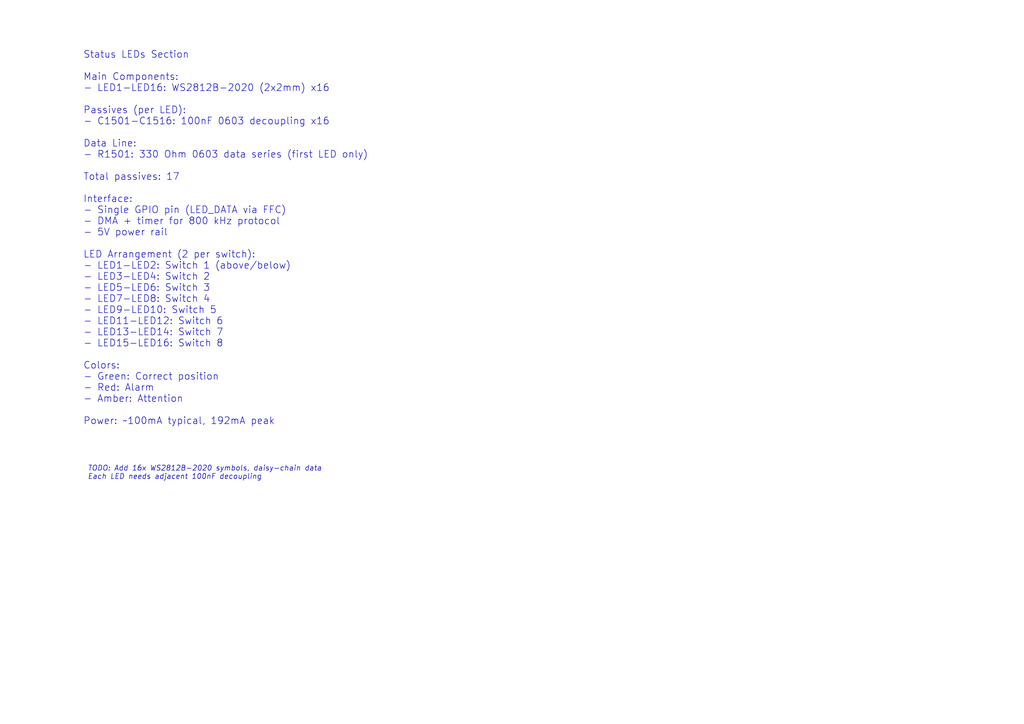
<source format=kicad_sch>
(kicad_sch
	(version 20250114)
	(generator "eeschema")
	(generator_version "9.0")
	(uuid "eae44868-a211-4c71-bf1c-cc0325e73811")
	(paper "A4")
	(title_block
		(title "Section 15: Status LEDs")
		(date "2026-01-28")
		(rev "0.1")
		(company "IMSAFE Project")
		(comment 1 "WS2812B-2020 Addressable RGB LEDs")
		(comment 2 "16 LEDs for switch status indication")
	)
	(lib_symbols)
	(text "TODO: Add 16x WS2812B-2020 symbols, daisy-chain data\nEach LED needs adjacent 100nF decoupling"
		(exclude_from_sim no)
		(at 25.4 137.16 0)
		(effects
			(font
				(size 1.5 1.5)
				(italic yes)
			)
			(justify left)
		)
		(uuid "1d479136-d4b9-4552-b868-5a47167da01b")
	)
	(text "Status LEDs Section\n\nMain Components:\n- LED1-LED16: WS2812B-2020 (2x2mm) x16\n\nPassives (per LED):\n- C1501-C1516: 100nF 0603 decoupling x16\n\nData Line:\n- R1501: 330 Ohm 0603 data series (first LED only)\n\nTotal passives: 17\n\nInterface:\n- Single GPIO pin (LED_DATA via FFC)\n- DMA + timer for 800 kHz protocol\n- 5V power rail\n\nLED Arrangement (2 per switch):\n- LED1-LED2: Switch 1 (above/below)\n- LED3-LED4: Switch 2\n- LED5-LED6: Switch 3\n- LED7-LED8: Switch 4\n- LED9-LED10: Switch 5\n- LED11-LED12: Switch 6\n- LED13-LED14: Switch 7\n- LED15-LED16: Switch 8\n\nColors:\n- Green: Correct position\n- Red: Alarm\n- Amber: Attention\n\nPower: ~100mA typical, 192mA peak"
		(exclude_from_sim no)
		(at 24.13 69.088 0)
		(effects
			(font
				(size 2 2)
			)
			(justify left)
		)
		(uuid "5e73ff98-1e2c-4429-bc1d-f91b0c9d56e5")
	)
)

</source>
